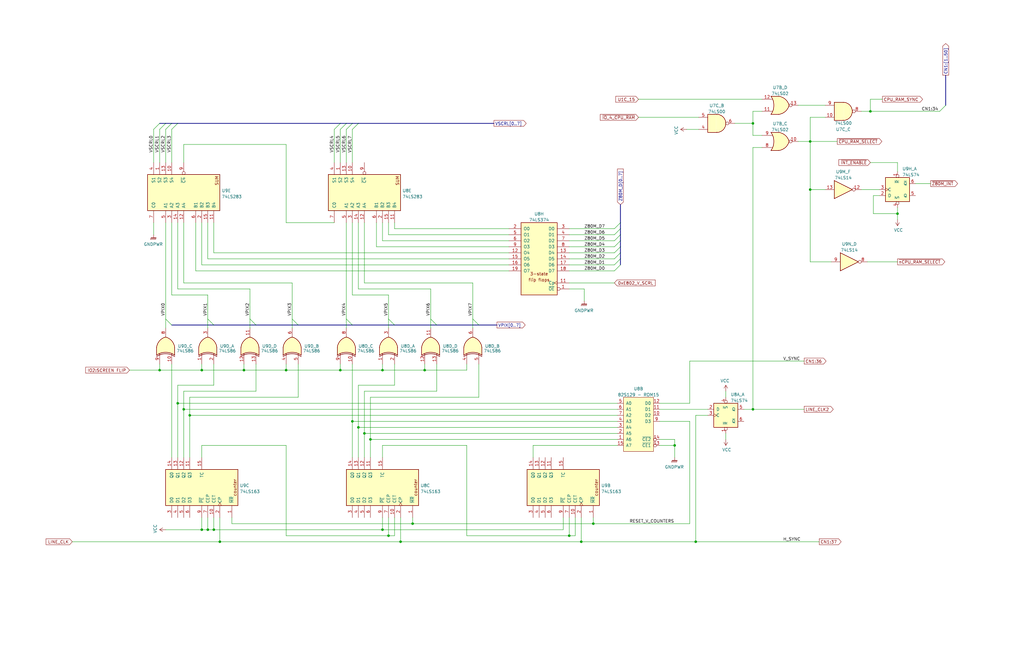
<source format=kicad_sch>
(kicad_sch (version 20211123) (generator eeschema)
  (paper "B")
  (title_block (title "Slapfight Arcade PCB") (company "Schematics created by Neil Ward & Anton Gale"))
  (lib_symbols
    (symbol "74xx:74LS86" (pin_names (offset 1.016))
      (property "Reference" "U" (at 0 1.27 0))
      (property "Value" "74LS86" (at 0 -1.27 0))
      (symbol "74LS86_1_0"
        (pin input line (at -7.62 2.54 0) (length 4.445) (name "~") (number "1"))
        (pin input line (at -7.62 -2.54 0) (length 4.445) (name "~") (number "2"))
        (pin output line (at 7.62 0 180) (length 3.81) (name "~") (number "3"))
      )
      (symbol "74LS86_2_0"
        (pin input line (at -7.62 2.54 0) (length 4.445) (name "~") (number "4"))
        (pin input line (at -7.62 -2.54 0) (length 4.445) (name "~") (number "5"))
        (pin output line (at 7.62 0 180) (length 3.81) (name "~") (number "6"))
      )
      (symbol "74LS86_3_0"
        (pin input line (at -7.62 -2.54 0) (length 4.445) (name "~") (number "10"))
        (pin output line (at 7.62 0 180) (length 3.81) (name "~") (number "8"))
        (pin input line (at -7.62 2.54 0) (length 4.445) (name "~") (number "9"))
      )
      (symbol "74LS86_4_0"
        (pin output line (at 7.62 0 180) (length 3.81) (name "~") (number "11"))
        (pin input line (at -7.62 2.54 0) (length 4.445) (name "~") (number "12"))
        (pin input line (at -7.62 -2.54 0) (length 4.445) (name "~") (number "13"))
      )
      (symbol "74LS86_5_0"
        (pin power_in line (at 0 12.7 270) (length 5.08) (name "VCC") (number "14"))
        (pin power_in line (at 0 -12.7 90) (length 5.08) (name "GND") (number "7"))
      )
    )
    (symbol "arcade:82S126-9" (pin_names (offset 1.016))
      (property "Reference" "U" (at 1.27 11.43 0))
      (property "Value" "82S126-9" (at 1.27 12.7 0))
      (symbol "82S126-9_1_1"
        (pin input line (at -7.62 -6.35 0) (length 2.54) (name "A6") (number "1"))
        (pin output line (at 10.16 3.81 180) (length 2.54) (name "D2") (number "10"))
        (pin output line (at 10.16 6.35 180) (length 2.54) (name "D1") (number "11"))
        (pin output line (at 10.16 8.89 180) (length 2.54) (name "D0") (number "12"))
        (pin input inverted (at 10.16 -8.89 180) (length 2.54) (name "~{CE1}") (number "13"))
        (pin input inverted (at 10.16 -6.35 180) (length 2.54) (name "~{CE2}") (number "14"))
        (pin input line (at -7.62 -8.89 0) (length 2.54) (name "A7") (number "15"))
        (pin power_in line (at 1.27 11.43 270) (length 2.54) hide (name "VCC") (number "16"))
        (pin input line (at -7.62 -3.81 0) (length 2.54) (name "A5") (number "2"))
        (pin input line (at -7.62 -1.27 0) (length 2.54) (name "A4") (number "3"))
        (pin input line (at -7.62 1.27 0) (length 2.54) (name "A3") (number "4"))
        (pin input line (at -7.62 8.89 0) (length 2.54) (name "A0") (number "5"))
        (pin input line (at -7.62 6.35 0) (length 2.54) (name "A1") (number "6"))
        (pin input line (at -7.62 3.81 0) (length 2.54) (name "A2") (number "7"))
        (pin power_in line (at 1.27 -11.43 90) (length 2.54) hide (name "VSS") (number "8"))
        (pin output line (at 10.16 1.27 180) (length 2.54) (name "D3") (number "9"))
      )
    )
    (symbol "jt74:74LS00" (pin_names (offset 1.016))
      (property "Reference" "U" (at 0 1.27 0))
      (property "Value" "74LS00" (at 0 -1.27 0))
      (symbol "74LS00_1_1"
        (pin input line (at -7.62 2.54 0) (length 3.81) (name "~") (number "1"))
        (pin input line (at -7.62 -2.54 0) (length 3.81) (name "~") (number "2"))
        (pin output inverted (at 7.62 0 180) (length 3.81) (name "~") (number "3"))
      )
      (symbol "74LS00_1_2"
        (pin input inverted (at -7.62 2.54 0) (length 4.318) (name "~") (number "1"))
        (pin input inverted (at -7.62 -2.54 0) (length 4.318) (name "~") (number "2"))
        (pin output line (at 7.62 0 180) (length 3.81) (name "~") (number "3"))
      )
      (symbol "74LS00_2_1"
        (pin input line (at -7.62 2.54 0) (length 3.81) (name "~") (number "4"))
        (pin input line (at -7.62 -2.54 0) (length 3.81) (name "~") (number "5"))
        (pin output inverted (at 7.62 0 180) (length 3.81) (name "~") (number "6"))
      )
      (symbol "74LS00_2_2"
        (pin input inverted (at -7.62 2.54 0) (length 4.318) (name "~") (number "4"))
        (pin input inverted (at -7.62 -2.54 0) (length 4.318) (name "~") (number "5"))
        (pin output line (at 7.62 0 180) (length 3.81) (name "~") (number "6"))
      )
      (symbol "74LS00_3_1"
        (pin input line (at -7.62 -2.54 0) (length 3.81) (name "~") (number "10"))
        (pin output inverted (at 7.62 0 180) (length 3.81) (name "~") (number "8"))
        (pin input line (at -7.62 2.54 0) (length 3.81) (name "~") (number "9"))
      )
      (symbol "74LS00_3_2"
        (pin input inverted (at -7.62 -2.54 0) (length 4.318) (name "~") (number "10"))
        (pin output line (at 7.62 0 180) (length 3.81) (name "~") (number "8"))
        (pin input inverted (at -7.62 2.54 0) (length 4.318) (name "~") (number "9"))
      )
      (symbol "74LS00_4_1"
        (pin output inverted (at 7.62 0 180) (length 3.81) (name "~") (number "11"))
        (pin input line (at -7.62 2.54 0) (length 3.81) (name "~") (number "12"))
        (pin input line (at -7.62 -2.54 0) (length 3.81) (name "~") (number "13"))
      )
      (symbol "74LS00_4_2"
        (pin output line (at 7.62 0 180) (length 3.81) (name "~") (number "11"))
        (pin input inverted (at -7.62 2.54 0) (length 4.318) (name "~") (number "12"))
        (pin input inverted (at -7.62 -2.54 0) (length 4.318) (name "~") (number "13"))
      )
      (symbol "74LS00_5_0"
        (pin power_in line (at 0 7.62 270) (length 5.08) hide (name "VCC") (number "14"))
        (pin power_in line (at 0 -7.62 90) (length 5.08) hide (name "VSS") (number "7"))
      )
    )
    (symbol "jt74:74LS02" (pin_names (offset 1.016))
      (property "Reference" "U" (at 0 1.27 0))
      (property "Value" "74LS02" (at 0 -1.27 0))
      (symbol "74LS02_1_1"
        (pin output inverted (at 7.62 0 180) (length 3.81) (name "~") (number "1"))
        (pin input line (at -7.62 2.54 0) (length 4.318) (name "~") (number "2"))
        (pin input line (at -7.62 -2.54 0) (length 4.318) (name "~") (number "3"))
      )
      (symbol "74LS02_1_2"
        (pin output line (at 7.62 0 180) (length 3.81) (name "~") (number "1"))
        (pin input inverted (at -7.62 2.54 0) (length 3.81) (name "~") (number "2"))
        (pin input inverted (at -7.62 -2.54 0) (length 3.81) (name "~") (number "3"))
      )
      (symbol "74LS02_2_1"
        (pin output inverted (at 7.62 0 180) (length 3.81) (name "~") (number "4"))
        (pin input line (at -7.62 2.54 0) (length 4.318) (name "~") (number "5"))
        (pin input line (at -7.62 -2.54 0) (length 4.318) (name "~") (number "6"))
      )
      (symbol "74LS02_2_2"
        (pin output line (at 7.62 0 180) (length 3.81) (name "~") (number "4"))
        (pin input inverted (at -7.62 2.54 0) (length 3.81) (name "~") (number "5"))
        (pin input inverted (at -7.62 -2.54 0) (length 3.81) (name "~") (number "6"))
      )
      (symbol "74LS02_3_1"
        (pin output inverted (at 7.62 0 180) (length 3.81) (name "~") (number "10"))
        (pin input line (at -7.62 2.54 0) (length 4.318) (name "~") (number "8"))
        (pin input line (at -7.62 -2.54 0) (length 4.318) (name "~") (number "9"))
      )
      (symbol "74LS02_3_2"
        (pin output line (at 7.62 0 180) (length 3.81) (name "~") (number "10"))
        (pin input inverted (at -7.62 2.54 0) (length 3.81) (name "~") (number "8"))
        (pin input inverted (at -7.62 -2.54 0) (length 3.81) (name "~") (number "9"))
      )
      (symbol "74LS02_4_1"
        (pin input line (at -7.62 2.54 0) (length 4.318) (name "~") (number "11"))
        (pin input line (at -7.62 -2.54 0) (length 4.318) (name "~") (number "12"))
        (pin output inverted (at 7.62 0 180) (length 3.81) (name "~") (number "13"))
      )
      (symbol "74LS02_4_2"
        (pin input inverted (at -7.62 2.54 0) (length 3.81) (name "~") (number "11"))
        (pin input inverted (at -7.62 -2.54 0) (length 3.81) (name "~") (number "12"))
        (pin output line (at 7.62 0 180) (length 3.81) (name "~") (number "13"))
      )
      (symbol "74LS02_5_0"
        (pin power_in line (at 0 7.62 270) (length 5.08) hide (name "VCC") (number "14"))
        (pin power_in line (at 0 -7.62 90) (length 5.08) hide (name "VSS") (number "7"))
      )
    )
    (symbol "jt74:74LS14" (pin_names (offset 1.016))
      (property "Reference" "U" (at 0 1.27 0))
      (property "Value" "74LS14" (at 0 -1.27 0))
      (symbol "74LS14_1_0"
        (pin input line (at -7.62 0 0) (length 3.81) (name "~") (number "1"))
        (pin output inverted (at 7.62 0 180) (length 3.81) (name "~") (number "2"))
      )
      (symbol "74LS14_2_0"
        (pin input line (at -7.62 0 0) (length 3.81) (name "~") (number "3"))
        (pin output inverted (at 7.62 0 180) (length 3.81) (name "~") (number "4"))
      )
      (symbol "74LS14_3_0"
        (pin input line (at -7.62 0 0) (length 3.81) (name "~") (number "5"))
        (pin output inverted (at 7.62 0 180) (length 3.81) (name "~") (number "6"))
      )
      (symbol "74LS14_4_0"
        (pin output inverted (at 7.62 0 180) (length 3.81) (name "~") (number "8"))
        (pin input line (at -7.62 0 0) (length 3.81) (name "~") (number "9"))
      )
      (symbol "74LS14_5_0"
        (pin output inverted (at 7.62 0 180) (length 3.81) (name "~") (number "10"))
        (pin input line (at -7.62 0 0) (length 3.81) (name "~") (number "11"))
      )
      (symbol "74LS14_6_0"
        (pin output inverted (at 7.62 0 180) (length 3.81) (name "~") (number "12"))
        (pin input line (at -7.62 0 0) (length 3.81) (name "~") (number "13"))
      )
      (symbol "74LS14_7_0"
        (pin power_in line (at 0 7.62 270) (length 5.08) hide (name "VCC") (number "14"))
        (pin power_in line (at 1.27 -7.62 90) (length 5.08) hide (name "VSS") (number "7"))
      )
    )
    (symbol "jt74:74LS163" (pin_names (offset 1.016))
      (property "Reference" "U" (at -7.62 16.51 0))
      (property "Value" "74LS163" (at -7.62 -16.51 0))
      (symbol "74LS163_0_0"
        (text "counter" (at 0 -13.97 0) (effects (font (size 1.27 1.27))))
      )
      (symbol "74LS163_1_0"
        (pin input line (at -12.7 -12.7 0) (length 5.08) (name "~{MR}") (number "1"))
        (pin input line (at -12.7 -5.08 0) (length 5.08) (name "CET") (number "10"))
        (pin output line (at 12.7 5.08 180) (length 5.08) (name "Q3") (number "11"))
        (pin output line (at 12.7 7.62 180) (length 5.08) (name "Q2") (number "12"))
        (pin output line (at 12.7 10.16 180) (length 5.08) (name "Q1") (number "13"))
        (pin output line (at 12.7 12.7 180) (length 5.08) (name "Q0") (number "14"))
        (pin output line (at 12.7 0 180) (length 5.08) (name "TC") (number "15"))
        (pin input clock (at -12.7 -7.62 0) (length 5.08) (name "CP") (number "2"))
        (pin input line (at -12.7 12.7 0) (length 5.08) (name "D0") (number "3"))
        (pin input line (at -12.7 10.16 0) (length 5.08) (name "D1") (number "4"))
        (pin input line (at -12.7 7.62 0) (length 5.08) (name "D2") (number "5"))
        (pin input line (at -12.7 5.08 0) (length 5.08) (name "D3") (number "6"))
        (pin input line (at -12.7 -2.54 0) (length 5.08) (name "CEP") (number "7"))
        (pin input line (at -12.7 0 0) (length 5.08) (name "~{PE}") (number "9"))
      )
    )
    (symbol "jt74:74LS283" (pin_names (offset 1.016))
      (property "Reference" "U" (at 0 -5.08 0))
      (property "Value" "74LS283" (at 1.27 -7.62 0))
      (symbol "74LS283_0_0"
        (text "SUM" (at 5.08 -13.97 0) (effects (font (size 1.27 1.27))))
      )
      (symbol "74LS283_1_0"
        (pin output line (at 12.7 10.16 180) (length 5.08) (name "S2") (number "1"))
        (pin output line (at 12.7 5.08 180) (length 5.08) (name "S4") (number "10"))
        (pin input line (at -12.7 -12.7 0) (length 5.08) (name "B4") (number "11"))
        (pin input line (at -12.7 0 0) (length 5.08) (name "A4") (number "12"))
        (pin output line (at 12.7 7.62 180) (length 5.08) (name "S3") (number "13"))
        (pin input line (at -12.7 2.54 0) (length 5.08) (name "A3") (number "14"))
        (pin input line (at -12.7 -10.16 0) (length 5.08) (name "B3") (number "15"))
        (pin input line (at -12.7 -7.62 0) (length 5.08) (name "B2") (number "2"))
        (pin input line (at -12.7 5.08 0) (length 5.08) (name "A2") (number "3"))
        (pin output line (at 12.7 12.7 180) (length 5.08) (name "S1") (number "4"))
        (pin input line (at -12.7 7.62 0) (length 5.08) (name "A1") (number "5"))
        (pin input line (at -12.7 -5.08 0) (length 5.08) (name "B1") (number "6"))
        (pin input line (at -12.7 12.7 0) (length 5.08) (name "C0") (number "7"))
        (pin output inverted (at 12.7 0 180) (length 5.08) (name "~{C4}") (number "9"))
      )
    )
    (symbol "jt74:74LS374" (pin_names (offset 1.016))
      (property "Reference" "U" (at 0 1.27 0))
      (property "Value" "74LS374" (at 2.54 -13.97 0))
      (symbol "74LS374_0_0"
        (text "3-state" (at 0 -6.35 0) (effects (font (size 1.27 1.27))))
        (text "flip flops" (at 0 -8.89 0) (effects (font (size 1.27 1.27))))
      )
      (symbol "74LS374_1_0"
        (pin input inverted (at -12.7 -12.7 0) (length 5.08) (name "~{OE}") (number "1"))
        (pin input clock (at -12.7 -10.16 0) (length 5.08) (name "Cp") (number "11"))
        (pin tri_state line (at 12.7 2.54 180) (length 5.08) (name "O4") (number "12"))
        (pin input line (at -12.7 2.54 0) (length 5.08) (name "D4") (number "13"))
        (pin input line (at -12.7 0 0) (length 5.08) (name "D5") (number "14"))
        (pin tri_state line (at 12.7 0 180) (length 5.08) (name "O5") (number "15"))
        (pin tri_state line (at 12.7 -2.54 180) (length 5.08) (name "O6") (number "16"))
        (pin input line (at -12.7 -2.54 0) (length 5.08) (name "D6") (number "17"))
        (pin input line (at -12.7 -5.08 0) (length 5.08) (name "D7") (number "18"))
        (pin tri_state line (at 12.7 -5.08 180) (length 5.08) (name "O7") (number "19"))
        (pin tri_state line (at 12.7 12.7 180) (length 5.08) (name "O0") (number "2"))
        (pin input line (at -12.7 12.7 0) (length 5.08) (name "D0") (number "3"))
        (pin input line (at -12.7 10.16 0) (length 5.08) (name "D1") (number "4"))
        (pin tri_state line (at 12.7 10.16 180) (length 5.08) (name "O1") (number "5"))
        (pin tri_state line (at 12.7 7.62 180) (length 5.08) (name "O2") (number "6"))
        (pin input line (at -12.7 7.62 0) (length 5.08) (name "D2") (number "7"))
        (pin input line (at -12.7 5.08 0) (length 5.08) (name "D3") (number "8"))
        (pin tri_state line (at 12.7 5.08 180) (length 5.08) (name "O3") (number "9"))
      )
    )
    (symbol "jt74:74LS74" (pin_names (offset 1.016))
      (property "Reference" "U" (at 3.81 5.08 0))
      (property "Value" "74LS74" (at 0 0 0))
      (symbol "74LS74_1_0"
        (pin input inverted (at 0 -7.62 90) (length 2.54) (name "~{R}") (number "1"))
        (pin input line (at -7.62 2.54 0) (length 2.54) (name "D") (number "2"))
        (pin input clock (at -7.62 0 0) (length 2.54) (name "C") (number "3"))
        (pin input inverted (at 0 7.62 270) (length 2.54) (name "~{S}") (number "4"))
        (pin output line (at 7.62 2.54 180) (length 2.54) (name "Q") (number "5"))
        (pin output line (at 7.62 -2.54 180) (length 2.54) (name "~{Q}") (number "6"))
      )
      (symbol "74LS74_2_0"
        (pin input clock (at -7.62 0 0) (length 2.54) (name "C") (number "11"))
        (pin input line (at -7.62 2.54 0) (length 2.54) (name "D") (number "12"))
        (pin input line (at 0 -7.62 90) (length 2.54) (name "~{R}") (number "13"))
        (pin output line (at 7.62 -2.54 180) (length 2.54) (name "~{Q}") (number "8"))
        (pin output line (at 7.62 2.54 180) (length 2.54) (name "Q") (number "9"))
      )
      (symbol "74LS74_2_1"
        (pin input line (at 0 7.62 270) (length 2.54) (name "~{S}") (number "10"))
      )
      (symbol "74LS74_3_0"
        (pin power_in line (at 0 7.62 270) (length 2.54) hide (name "VCC") (number "14"))
        (pin power_in line (at 0 -7.62 90) (length 2.54) hide (name "VSS") (number "7"))
      )
    )
    (symbol "power:GNDPWR" (power) (pin_names (offset 0))
      (property "Value" "GNDPWR" (at 0 -3.302 0))
      (symbol "GNDPWR_1_1"
        (pin power_in line (at 0 0 270) (length 0) hide (name "GNDPWR") (number "1"))
      )
    )
    (symbol "power:VCC" (power) (pin_names (offset 0))
      (property "Value" "VCC" (at 0 3.81 0))
      (symbol "VCC_1_1"
        (pin power_in line (at 0 0 90) (length 0) hide (name "VCC") (number "1"))
      )
    )
  )
  (junction (at 153.67 182.88))
  (junction (at 85.09 223.52))
  (junction (at 179.07 156.21))
  (junction (at 161.29 223.52))
  (junction (at 293.37 228.6))
  (junction (at 102.87 156.21))
  (junction (at 168.91 228.6))
  (junction (at 341.63 59.69))
  (junction (at 245.11 228.6))
  (junction (at 367.03 46.99))
  (junction (at 120.65 156.21))
  (junction (at 148.59 177.8))
  (junction (at 74.93 170.18))
  (junction (at 85.09 156.21))
  (junction (at 317.5 172.72))
  (junction (at 151.13 180.34))
  (junction (at 173.99 220.98))
  (junction (at 80.01 175.26))
  (junction (at 317.5 52.07))
  (junction (at 90.17 223.52))
  (junction (at 67.31 156.21))
  (junction (at 92.71 228.6))
  (junction (at 240.03 226.06))
  (junction (at 250.19 220.98))
  (junction (at 156.21 185.42))
  (junction (at 143.51 156.21))
  (junction (at 161.29 156.21))
  (junction (at 77.47 172.72))
  (junction (at 378.46 90.17))
  (junction (at 87.63 223.52))
  (junction (at 284.48 187.96))
  (junction (at 341.63 80.01))
  (junction (at 163.83 226.06))
  (bus_entry (at 199.39 134.62) (size 2.54 2.54))
  (bus_entry (at 146.05 134.62) (size 2.54 2.54))
  (bus_entry (at 72.39 54.61) (size 2.54 -2.54))
  (bus_entry (at 69.85 54.61) (size 2.54 -2.54))
  (bus_entry (at 259.08 99.06) (size 2.54 -2.54))
  (bus_entry (at 143.51 54.61) (size 2.54 -2.54))
  (bus_entry (at 259.08 104.14) (size 2.54 -2.54))
  (bus_entry (at 259.08 109.22) (size 2.54 -2.54))
  (bus_entry (at 259.08 106.68) (size 2.54 -2.54))
  (bus_entry (at 396.24 46.99) (size 2.54 -2.54))
  (bus_entry (at 140.97 54.61) (size 2.54 -2.54))
  (bus_entry (at 105.41 134.62) (size 2.54 2.54))
  (bus_entry (at 259.08 111.76) (size 2.54 -2.54))
  (bus_entry (at 181.61 134.62) (size 2.54 2.54))
  (bus_entry (at 259.08 96.52) (size 2.54 -2.54))
  (bus_entry (at 148.59 54.61) (size 2.54 -2.54))
  (bus_entry (at 87.63 134.62) (size 2.54 2.54))
  (bus_entry (at 64.77 54.61) (size 2.54 -2.54))
  (bus_entry (at 163.83 134.62) (size 2.54 2.54))
  (bus_entry (at 259.08 101.6) (size 2.54 -2.54))
  (bus_entry (at 69.85 134.62) (size 2.54 2.54))
  (bus_entry (at 259.08 114.3) (size 2.54 -2.54))
  (bus_entry (at 146.05 54.61) (size 2.54 -2.54))
  (bus_entry (at 67.31 54.61) (size 2.54 -2.54))
  (bus_entry (at 123.19 134.62) (size 2.54 2.54))
  (wire (pts (xy 153.67 165.1) (xy 184.15 165.1)))
  (wire (pts (xy 378.46 72.39) (xy 378.46 68.58)))
  (wire (pts (xy 146.05 134.62) (xy 146.05 138.43)))
  (bus (pts (xy 261.62 104.14) (xy 261.62 101.6)))
  (wire (pts (xy 341.63 80.01) (xy 341.63 110.49)))
  (wire (pts (xy 69.85 134.62) (xy 69.85 138.43)))
  (wire (pts (xy 67.31 153.67) (xy 67.31 156.21)))
  (wire (pts (xy 306.07 185.42) (xy 306.07 182.88)))
  (wire (pts (xy 372.11 41.91) (xy 367.03 41.91)))
  (wire (pts (xy 240.03 109.22) (xy 259.08 109.22)))
  (wire (pts (xy 161.29 223.52) (xy 237.49 223.52)))
  (wire (pts (xy 309.88 52.07) (xy 317.5 52.07)))
  (wire (pts (xy 148.59 177.8) (xy 148.59 193.04)))
  (bus (pts (xy 201.93 137.16) (xy 209.55 137.16)))
  (wire (pts (xy 161.29 101.6) (xy 214.63 101.6)))
  (wire (pts (xy 77.47 60.96) (xy 120.65 60.96)))
  (wire (pts (xy 163.83 93.98) (xy 163.83 99.06)))
  (wire (pts (xy 77.47 165.1) (xy 77.47 172.72)))
  (wire (pts (xy 317.5 57.15) (xy 321.31 57.15)))
  (wire (pts (xy 240.03 99.06) (xy 259.08 99.06)))
  (wire (pts (xy 92.71 218.44) (xy 92.71 228.6)))
  (wire (pts (xy 245.11 228.6) (xy 168.91 228.6)))
  (wire (pts (xy 161.29 156.21) (xy 179.07 156.21)))
  (wire (pts (xy 173.99 220.98) (xy 173.99 218.44)))
  (wire (pts (xy 278.13 172.72) (xy 298.45 172.72)))
  (wire (pts (xy 313.69 172.72) (xy 317.5 172.72)))
  (bus (pts (xy 261.62 99.06) (xy 261.62 96.52)))
  (wire (pts (xy 90.17 223.52) (xy 161.29 223.52)))
  (wire (pts (xy 240.03 96.52) (xy 259.08 96.52)))
  (wire (pts (xy 298.45 175.26) (xy 293.37 175.26)))
  (wire (pts (xy 306.07 165.1) (xy 306.07 167.64)))
  (wire (pts (xy 151.13 93.98) (xy 151.13 121.92)))
  (wire (pts (xy 161.29 153.67) (xy 161.29 156.21)))
  (wire (pts (xy 74.93 121.92) (xy 105.41 121.92)))
  (bus (pts (xy 125.73 137.16) (xy 148.59 137.16)))
  (wire (pts (xy 240.03 106.68) (xy 259.08 106.68)))
  (wire (pts (xy 196.85 156.21) (xy 196.85 153.67)))
  (wire (pts (xy 317.5 62.23) (xy 317.5 172.72)))
  (wire (pts (xy 77.47 165.1) (xy 107.95 165.1)))
  (wire (pts (xy 69.85 93.98) (xy 69.85 134.62)))
  (wire (pts (xy 368.3 82.55) (xy 370.84 82.55)))
  (wire (pts (xy 146.05 54.61) (xy 146.05 68.58)))
  (wire (pts (xy 74.93 170.18) (xy 74.93 162.56)))
  (wire (pts (xy 85.09 111.76) (xy 214.63 111.76)))
  (wire (pts (xy 151.13 162.56) (xy 166.37 162.56)))
  (wire (pts (xy 363.22 80.01) (xy 370.84 80.01)))
  (wire (pts (xy 161.29 187.96) (xy 196.85 187.96)))
  (wire (pts (xy 163.83 218.44) (xy 163.83 226.06)))
  (wire (pts (xy 72.39 54.61) (xy 72.39 68.58)))
  (wire (pts (xy 378.46 90.17) (xy 378.46 87.63)))
  (bus (pts (xy 146.05 52.07) (xy 148.59 52.07)))
  (wire (pts (xy 80.01 175.26) (xy 260.35 175.26)))
  (wire (pts (xy 278.13 177.8) (xy 290.83 177.8)))
  (wire (pts (xy 196.85 226.06) (xy 240.03 226.06)))
  (wire (pts (xy 85.09 187.96) (xy 120.65 187.96)))
  (wire (pts (xy 201.93 153.67) (xy 201.93 167.64)))
  (wire (pts (xy 74.93 170.18) (xy 260.35 170.18)))
  (wire (pts (xy 240.03 111.76) (xy 259.08 111.76)))
  (wire (pts (xy 156.21 185.42) (xy 260.35 185.42)))
  (wire (pts (xy 72.39 153.67) (xy 72.39 193.04)))
  (bus (pts (xy 72.39 52.07) (xy 74.93 52.07)))
  (wire (pts (xy 120.65 156.21) (xy 143.51 156.21)))
  (wire (pts (xy 125.73 153.67) (xy 125.73 167.64)))
  (wire (pts (xy 284.48 185.42) (xy 284.48 187.96)))
  (wire (pts (xy 156.21 167.64) (xy 201.93 167.64)))
  (wire (pts (xy 64.77 93.98) (xy 64.77 99.06)))
  (wire (pts (xy 237.49 223.52) (xy 237.49 218.44)))
  (wire (pts (xy 80.01 167.64) (xy 125.73 167.64)))
  (wire (pts (xy 102.87 156.21) (xy 120.65 156.21)))
  (wire (pts (xy 341.63 80.01) (xy 347.98 80.01)))
  (wire (pts (xy 166.37 226.06) (xy 166.37 218.44)))
  (bus (pts (xy 166.37 137.16) (xy 184.15 137.16)))
  (wire (pts (xy 153.67 93.98) (xy 153.67 119.38)))
  (wire (pts (xy 64.77 54.61) (xy 64.77 68.58)))
  (bus (pts (xy 398.78 31.75) (xy 398.78 44.45)))
  (wire (pts (xy 148.59 153.67) (xy 148.59 177.8)))
  (wire (pts (xy 87.63 223.52) (xy 90.17 223.52)))
  (wire (pts (xy 290.83 152.4) (xy 290.83 170.18)))
  (bus (pts (xy 67.31 52.07) (xy 69.85 52.07)))
  (wire (pts (xy 345.44 228.6) (xy 293.37 228.6)))
  (wire (pts (xy 123.19 134.62) (xy 123.19 138.43)))
  (wire (pts (xy 143.51 153.67) (xy 143.51 156.21)))
  (bus (pts (xy 261.62 109.22) (xy 261.62 106.68)))
  (wire (pts (xy 363.22 46.99) (xy 367.03 46.99)))
  (bus (pts (xy 90.17 137.16) (xy 107.95 137.16)))
  (wire (pts (xy 156.21 185.42) (xy 156.21 167.64)))
  (wire (pts (xy 87.63 109.22) (xy 214.63 109.22)))
  (wire (pts (xy 77.47 172.72) (xy 77.47 193.04)))
  (wire (pts (xy 290.83 177.8) (xy 290.83 220.98)))
  (bus (pts (xy 261.62 106.68) (xy 261.62 104.14)))
  (wire (pts (xy 293.37 175.26) (xy 293.37 228.6)))
  (wire (pts (xy 278.13 185.42) (xy 284.48 185.42)))
  (wire (pts (xy 317.5 52.07) (xy 317.5 57.15)))
  (wire (pts (xy 321.31 46.99) (xy 317.5 46.99)))
  (wire (pts (xy 378.46 90.17) (xy 368.3 90.17)))
  (wire (pts (xy 151.13 193.04) (xy 151.13 180.34)))
  (wire (pts (xy 77.47 119.38) (xy 123.19 119.38)))
  (wire (pts (xy 77.47 68.58) (xy 77.47 60.96)))
  (wire (pts (xy 317.5 46.99) (xy 317.5 52.07)))
  (wire (pts (xy 72.39 124.46) (xy 87.63 124.46)))
  (wire (pts (xy 163.83 226.06) (xy 166.37 226.06)))
  (wire (pts (xy 69.85 54.61) (xy 69.85 68.58)))
  (wire (pts (xy 90.17 106.68) (xy 90.17 93.98)))
  (wire (pts (xy 77.47 172.72) (xy 260.35 172.72)))
  (wire (pts (xy 151.13 121.92) (xy 181.61 121.92)))
  (wire (pts (xy 97.79 220.98) (xy 97.79 218.44)))
  (wire (pts (xy 181.61 121.92) (xy 181.61 134.62)))
  (wire (pts (xy 163.83 134.62) (xy 163.83 138.43)))
  (wire (pts (xy 85.09 223.52) (xy 87.63 223.52)))
  (wire (pts (xy 85.09 193.04) (xy 85.09 187.96)))
  (wire (pts (xy 87.63 124.46) (xy 87.63 134.62)))
  (wire (pts (xy 367.03 41.91) (xy 367.03 46.99)))
  (wire (pts (xy 74.93 93.98) (xy 74.93 121.92)))
  (wire (pts (xy 148.59 93.98) (xy 148.59 124.46)))
  (wire (pts (xy 74.93 193.04) (xy 74.93 170.18)))
  (wire (pts (xy 82.55 114.3) (xy 214.63 114.3)))
  (wire (pts (xy 102.87 153.67) (xy 102.87 156.21)))
  (wire (pts (xy 250.19 220.98) (xy 173.99 220.98)))
  (wire (pts (xy 90.17 218.44) (xy 90.17 223.52)))
  (bus (pts (xy 107.95 137.16) (xy 125.73 137.16)))
  (wire (pts (xy 240.03 121.92) (xy 246.38 121.92)))
  (wire (pts (xy 336.55 59.69) (xy 341.63 59.69)))
  (wire (pts (xy 123.19 119.38) (xy 123.19 134.62)))
  (wire (pts (xy 105.41 134.62) (xy 105.41 138.43)))
  (wire (pts (xy 269.24 49.53) (xy 294.64 49.53)))
  (wire (pts (xy 74.93 162.56) (xy 90.17 162.56)))
  (wire (pts (xy 173.99 220.98) (xy 97.79 220.98)))
  (wire (pts (xy 378.46 68.58) (xy 367.03 68.58)))
  (wire (pts (xy 240.03 104.14) (xy 259.08 104.14)))
  (wire (pts (xy 120.65 187.96) (xy 120.65 226.06)))
  (wire (pts (xy 153.67 165.1) (xy 153.67 182.88)))
  (wire (pts (xy 199.39 134.62) (xy 199.39 138.43)))
  (wire (pts (xy 161.29 93.98) (xy 161.29 101.6)))
  (wire (pts (xy 87.63 134.62) (xy 87.63 138.43)))
  (wire (pts (xy 179.07 153.67) (xy 179.07 156.21)))
  (wire (pts (xy 341.63 49.53) (xy 347.98 49.53)))
  (wire (pts (xy 245.11 218.44) (xy 245.11 228.6)))
  (wire (pts (xy 163.83 124.46) (xy 163.83 134.62)))
  (wire (pts (xy 246.38 121.92) (xy 246.38 127)))
  (bus (pts (xy 261.62 101.6) (xy 261.62 99.06)))
  (wire (pts (xy 69.85 223.52) (xy 85.09 223.52)))
  (wire (pts (xy 158.75 93.98) (xy 158.75 104.14)))
  (bus (pts (xy 69.85 52.07) (xy 72.39 52.07)))
  (wire (pts (xy 80.01 175.26) (xy 80.01 167.64)))
  (wire (pts (xy 184.15 153.67) (xy 184.15 165.1)))
  (wire (pts (xy 240.03 119.38) (xy 259.08 119.38)))
  (wire (pts (xy 80.01 193.04) (xy 80.01 175.26)))
  (wire (pts (xy 168.91 228.6) (xy 168.91 218.44)))
  (wire (pts (xy 166.37 93.98) (xy 166.37 96.52)))
  (wire (pts (xy 87.63 109.22) (xy 87.63 93.98)))
  (wire (pts (xy 148.59 177.8) (xy 260.35 177.8)))
  (wire (pts (xy 341.63 59.69) (xy 353.06 59.69)))
  (wire (pts (xy 317.5 172.72) (xy 339.09 172.72)))
  (wire (pts (xy 181.61 134.62) (xy 181.61 138.43)))
  (wire (pts (xy 161.29 223.52) (xy 161.29 218.44)))
  (wire (pts (xy 278.13 170.18) (xy 290.83 170.18)))
  (bus (pts (xy 143.51 52.07) (xy 146.05 52.07)))
  (wire (pts (xy 85.09 153.67) (xy 85.09 156.21)))
  (wire (pts (xy 143.51 54.61) (xy 143.51 68.58)))
  (wire (pts (xy 368.3 90.17) (xy 368.3 82.55)))
  (wire (pts (xy 224.79 193.04) (xy 224.79 187.96)))
  (wire (pts (xy 120.65 93.98) (xy 140.97 93.98)))
  (wire (pts (xy 166.37 153.67) (xy 166.37 162.56)))
  (wire (pts (xy 120.65 153.67) (xy 120.65 156.21)))
  (bus (pts (xy 74.93 52.07) (xy 143.51 52.07)))
  (wire (pts (xy 317.5 62.23) (xy 321.31 62.23)))
  (wire (pts (xy 224.79 187.96) (xy 260.35 187.96)))
  (wire (pts (xy 341.63 59.69) (xy 341.63 49.53)))
  (wire (pts (xy 158.75 104.14) (xy 214.63 104.14)))
  (wire (pts (xy 196.85 187.96) (xy 196.85 226.06)))
  (wire (pts (xy 179.07 156.21) (xy 196.85 156.21)))
  (wire (pts (xy 240.03 101.6) (xy 259.08 101.6)))
  (wire (pts (xy 67.31 54.61) (xy 67.31 68.58)))
  (wire (pts (xy 161.29 193.04) (xy 161.29 187.96)))
  (wire (pts (xy 30.48 228.6) (xy 92.71 228.6)))
  (wire (pts (xy 290.83 152.4) (xy 339.09 152.4)))
  (bus (pts (xy 261.62 93.98) (xy 261.62 86.36)))
  (wire (pts (xy 87.63 218.44) (xy 87.63 223.52)))
  (wire (pts (xy 146.05 93.98) (xy 146.05 134.62)))
  (wire (pts (xy 90.17 153.67) (xy 90.17 162.56)))
  (wire (pts (xy 365.76 110.49) (xy 378.46 110.49)))
  (wire (pts (xy 151.13 180.34) (xy 151.13 162.56)))
  (wire (pts (xy 240.03 114.3) (xy 259.08 114.3)))
  (wire (pts (xy 240.03 226.06) (xy 242.57 226.06)))
  (bus (pts (xy 151.13 52.07) (xy 208.28 52.07)))
  (bus (pts (xy 184.15 137.16) (xy 201.93 137.16)))
  (wire (pts (xy 341.63 80.01) (xy 341.63 59.69)))
  (wire (pts (xy 85.09 156.21) (xy 102.87 156.21)))
  (wire (pts (xy 199.39 119.38) (xy 199.39 134.62)))
  (bus (pts (xy 72.39 137.16) (xy 90.17 137.16)))
  (wire (pts (xy 341.63 110.49) (xy 350.52 110.49)))
  (bus (pts (xy 148.59 137.16) (xy 166.37 137.16)))
  (wire (pts (xy 269.24 41.91) (xy 321.31 41.91)))
  (wire (pts (xy 168.91 228.6) (xy 92.71 228.6)))
  (wire (pts (xy 77.47 93.98) (xy 77.47 119.38)))
  (wire (pts (xy 107.95 153.67) (xy 107.95 165.1)))
  (wire (pts (xy 140.97 54.61) (xy 140.97 68.58)))
  (wire (pts (xy 278.13 187.96) (xy 284.48 187.96)))
  (wire (pts (xy 290.83 220.98) (xy 250.19 220.98)))
  (wire (pts (xy 120.65 226.06) (xy 163.83 226.06)))
  (wire (pts (xy 72.39 93.98) (xy 72.39 124.46)))
  (wire (pts (xy 156.21 193.04) (xy 156.21 185.42)))
  (wire (pts (xy 367.03 46.99) (xy 396.24 46.99)))
  (wire (pts (xy 336.55 44.45) (xy 347.98 44.45)))
  (wire (pts (xy 120.65 60.96) (xy 120.65 93.98)))
  (bus (pts (xy 261.62 111.76) (xy 261.62 109.22)))
  (wire (pts (xy 82.55 114.3) (xy 82.55 93.98)))
  (wire (pts (xy 250.19 220.98) (xy 250.19 218.44)))
  (wire (pts (xy 289.56 54.61) (xy 294.64 54.61)))
  (wire (pts (xy 293.37 228.6) (xy 245.11 228.6)))
  (wire (pts (xy 151.13 180.34) (xy 260.35 180.34)))
  (wire (pts (xy 105.41 121.92) (xy 105.41 134.62)))
  (wire (pts (xy 284.48 187.96) (xy 284.48 193.04)))
  (wire (pts (xy 240.03 218.44) (xy 240.03 226.06)))
  (wire (pts (xy 153.67 182.88) (xy 153.67 193.04)))
  (wire (pts (xy 153.67 182.88) (xy 260.35 182.88)))
  (bus (pts (xy 261.62 96.52) (xy 261.62 93.98)))
  (wire (pts (xy 148.59 54.61) (xy 148.59 68.58)))
  (wire (pts (xy 166.37 96.52) (xy 214.63 96.52)))
  (wire (pts (xy 386.08 77.47) (xy 392.43 77.47)))
  (wire (pts (xy 90.17 106.68) (xy 214.63 106.68)))
  (wire (pts (xy 378.46 92.71) (xy 378.46 90.17)))
  (wire (pts (xy 54.61 156.21) (xy 67.31 156.21)))
  (bus (pts (xy 148.59 52.07) (xy 151.13 52.07)))
  (wire (pts (xy 153.67 119.38) (xy 199.39 119.38)))
  (wire (pts (xy 85.09 111.76) (xy 85.09 93.98)))
  (wire (pts (xy 163.83 99.06) (xy 214.63 99.06)))
  (wire (pts (xy 143.51 156.21) (xy 161.29 156.21)))
  (wire (pts (xy 148.59 124.46) (xy 163.83 124.46)))
  (wire (pts (xy 242.57 226.06) (xy 242.57 218.44)))
  (wire (pts (xy 67.31 156.21) (xy 85.09 156.21)))
  (wire (pts (xy 85.09 218.44) (xy 85.09 223.52)))
  (label "VSCRL2" (at 69.85 57.15 270))
  (label "Z80M_D1" (at 246.38 111.76 0))
  (label "RESET_V_COUNTERS" (at 265.43 220.98 0))
  (label "Z80M_D0" (at 246.38 114.3 0))
  (label "VPIX5" (at 163.83 133.35 90))
  (label "VSCRL3" (at 72.39 57.15 270))
  (label "VSCRL4" (at 140.97 57.15 270))
  (label "VSCRL0" (at 64.77 57.15 270))
  (label "VSCRL6" (at 146.05 57.15 270))
  (label "VSCRL7" (at 148.59 57.2327 270))
  (label "VPIX4" (at 146.05 133.35 90))
  (label "VSCRL5" (at 143.51 57.15 270))
  (label "Z80M_D5" (at 246.38 101.6 0))
  (label "VSCRL1" (at 67.31 57.15 270))
  (label "Z80M_D4" (at 246.38 104.14 0))
  (label "VPIX7" (at 199.39 133.35 90))
  (label "V_SYNC" (at 330.2 152.4 0))
  (label "VPIX3" (at 123.19 133.35 90))
  (label "Z80M_D7" (at 246.38 96.52 0))
  (label "VPIX6" (at 181.61 133.35 90))
  (label "VPIX0" (at 69.85 133.35 90))
  (label "Z80M_D2" (at 246.38 109.22 0))
  (label "H_SYNC" (at 330.2 228.6 0))
  (label "VPIX1" (at 87.63 133.35 90))
  (label "Z80M_D6" (at 246.38 99.06 0))
  (label "VPIX2" (at 105.41 133.35 90))
  (label "Z80M_D3" (at 246.38 106.68 0))
  (label "CN1:34" (at 388.62 46.99 0))
  (global_label "~{Z80M_INT}" (shape output) (at 392.43 77.47 0) (property "Intersheet References" "${INTERSHEET_REFS}" (effects hide)))
  (global_label "~{CPU_RAM_SELECT}" (shape output) (at 353.06 59.69 0) (property "Intersheet References" "${INTERSHEET_REFS}" (effects hide)))
  (global_label "LINE_CLK" (shape input) (at 30.48 228.6 180) (property "Intersheet References" "${INTERSHEET_REFS}" (effects hide)))
  (global_label "CPU_RAM_SYNC" (shape output) (at 372.11 41.91 0) (property "Intersheet References" "${INTERSHEET_REFS}" (effects hide)))
  (global_label "CN1:37" (shape output) (at 345.44 228.6 0) (property "Intersheet References" "${INTERSHEET_REFS}" (effects hide)))
  (global_label "CN1:36" (shape output) (at 339.09 152.4 0) (property "Intersheet References" "${INTERSHEET_REFS}" (effects hide)))
  (global_label "VPIX[0..7]" (shape output) (at 209.55 137.16 0) (property "Intersheet References" "${INTERSHEET_REFS}" (effects hide)))
  (global_label "VSCRL[0..7]" (shape output) (at 208.28 52.07 0) (property "Intersheet References" "${INTERSHEET_REFS}" (effects hide)))
  (global_label "U1C_15" (shape input) (at 269.24 41.91 180) (property "Intersheet References" "${INTERSHEET_REFS}" (effects hide)))
  (global_label "~{INT_ENABLE}" (shape input) (at 367.03 68.58 180) (property "Intersheet References" "${INTERSHEET_REFS}" (effects hide)))
  (global_label "CN1:[1..50]" (shape output) (at 398.78 31.75 90) (property "Intersheet References" "${INTERSHEET_REFS}" (effects hide)))
  (global_label "LINE_CLK2" (shape output) (at 339.09 172.72 0) (property "Intersheet References" "${INTERSHEET_REFS}" (effects hide)))
  (global_label "~{IO_4_CPU_RAM}" (shape input) (at 269.24 49.53 180) (property "Intersheet References" "${INTERSHEET_REFS}" (effects hide)))
  (global_label "~{nCPU_RAM_SELECT}" (shape output) (at 378.46 110.49 0) (property "Intersheet References" "${INTERSHEET_REFS}" (effects hide)))
  (global_label "Z80M_D[0..7]" (shape input) (at 261.62 86.36 90) (property "Intersheet References" "${INTERSHEET_REFS}" (effects hide)))
  (global_label "0xE802_V_SCRL" (shape input) (at 259.08 119.38 0) (property "Intersheet References" "${INTERSHEET_REFS}" (effects hide)))
  (global_label "IO2:SCREEN FLIP" (shape input) (at 54.61 156.21 180) (property "Intersheet References" "${INTERSHEET_REFS}" (effects hide)))
  (symbol (lib_id "power:VCC") (at 69.85 223.52 90) (unit 1)
    (property "Reference" "#PWR0108" (effects hide))
    (property "Value" "VCC" (at 65.4558 223.139 0))
  )
  (symbol (lib_id "power:VCC") (at 306.07 165.1 0) (mirror y) (unit 1)
    (property "Reference" "#PWR?" (effects hide))
    (property "Value" "VCC" (at 305.689 160.7058 0))
  )
  (symbol (lib_id "jt74:74LS74") (at 306.07 175.26 0) (unit 1)
    (property "Reference" "U8A_" (at 308.0894 166.4802 0) (effects (justify left)))
    (property "Value" "74LS74" (at 308.0894 169.0171 0) (effects (justify left)))
    (property "Datasheet" "74xx/74hc_hct74.pdf" (effects hide))
  )
  (symbol (lib_id "74xx:74LS86") (at 87.63 146.05 90) (unit 1)
    (property "Reference" "U9D_" (at 92.71 146.05 90) (effects (justify right)))
    (property "Value" "74LS86" (at 92.202 148.057 90) (effects (justify right)))
    (property "Datasheet" "74xx/74ls86.pdf" (effects hide))
  )
  (symbol (lib_id "power:GNDPWR") (at 64.77 99.06 0) (unit 1)
    (property "Reference" "#PWR0109" (effects hide))
    (property "Value" "GNDPWR" (at 64.643 103.097 0))
  )
  (symbol (lib_id "jt74:74LS14") (at 358.14 110.49 0) (unit 4)
    (property "Reference" "U9N_" (at 358.14 102.9802 0))
    (property "Value" "74LS14" (at 358.14 105.5171 0))
    (property "Datasheet" "http://www.ti.com/lit/gpn/sn74LS14" (effects hide))
  )
  (symbol (lib_id "74xx:74LS86") (at 69.85 146.05 90) (unit 3)
    (property "Reference" "U9D_" (at 74.93 146.05 90) (effects (justify right)))
    (property "Value" "74LS86" (at 74.422 148.057 90) (effects (justify right)))
    (property "Datasheet" "74xx/74ls86.pdf" (effects hide))
  )
  (symbol (lib_id "power:GNDPWR") (at 246.38 127 0) (unit 1)
    (property "Reference" "#PWR0114" (effects hide))
    (property "Value" "GNDPWR" (at 246.253 131.037 0))
  )
  (symbol (lib_id "jt74:74LS02") (at 328.93 44.45 0) (mirror x) (unit 4)
    (property "Reference" "U7B_" (at 328.93 36.9402 0))
    (property "Value" "74LS02" (at 328.93 39.4771 0))
    (property "Datasheet" "http://www.ti.com/lit/gpn/sn74ls02" (effects hide))
  )
  (symbol (lib_id "jt74:74LS163") (at 237.49 205.74 90) (unit 1)
    (property "Reference" "U9B" (at 253.492 204.9053 90) (effects (justify right)))
    (property "Value" "74LS163" (at 253.492 207.4422 90) (effects (justify right)))
    (property "Datasheet" "http://www.ti.com/lit/gpn/sn74LS163" (effects hide))
  )
  (symbol (lib_id "jt74:74LS163") (at 85.09 205.74 90) (unit 1)
    (property "Reference" "U9C" (at 101.092 204.9053 90) (effects (justify right)))
    (property "Value" "74LS163" (at 101.092 207.4422 90) (effects (justify right)))
    (property "Datasheet" "http://www.ti.com/lit/gpn/sn74LS163" (effects hide))
  )
  (symbol (lib_id "74xx:74LS86") (at 181.61 146.05 90) (unit 4)
    (property "Reference" "U8D_" (at 186.69 146.05 90) (effects (justify right)))
    (property "Value" "74LS86" (at 186.182 148.057 90) (effects (justify right)))
    (property "Datasheet" "74xx/74ls86.pdf" (effects hide))
  )
  (symbol (lib_id "jt74:74LS283") (at 77.47 81.28 90) (unit 1)
    (property "Reference" "U9E" (at 93.472 80.4453 90) (effects (justify right)))
    (property "Value" "74LS283" (at 93.472 82.9822 90) (effects (justify right)))
    (property "Datasheet" "http://www.ti.com/lit/gpn/sn74LS283" (effects hide))
  )
  (symbol (lib_id "jt74:74LS74") (at 378.46 80.01 0) (mirror x) (unit 1)
    (property "Reference" "U9H_" (at 380.4794 71.2302 0) (effects (justify left)))
    (property "Value" "74LS74" (at 380.4794 73.7671 0) (effects (justify left)))
    (property "Datasheet" "74xx/74hc_hct74.pdf" (effects hide))
  )
  (symbol (lib_id "jt74:74LS00") (at 302.26 52.07 0) (mirror x) (unit 2)
    (property "Reference" "U7C_" (at 302.26 44.5602 0))
    (property "Value" "74LS00" (at 302.26 47.0971 0))
    (property "Datasheet" "http://www.ti.com/lit/gpn/sn74ls00" (effects hide))
  )
  (symbol (lib_id "74xx:74LS86") (at 123.19 146.05 90) (unit 2)
    (property "Reference" "U9D_" (at 128.27 146.05 90) (effects (justify right)))
    (property "Value" "74LS86" (at 127.762 148.057 90) (effects (justify right)))
    (property "Datasheet" "74xx/74ls86.pdf" (effects hide))
  )
  (symbol (lib_id "74xx:74LS86") (at 105.41 146.05 90) (unit 4)
    (property "Reference" "U9D_" (at 110.49 146.05 90) (effects (justify right)))
    (property "Value" "74LS86" (at 109.982 148.057 90) (effects (justify right)))
    (property "Datasheet" "74xx/74ls86.pdf" (effects hide))
  )
  (symbol (lib_id "74xx:74LS86") (at 199.39 146.05 90) (unit 2)
    (property "Reference" "U8D_" (at 204.47 146.05 90) (effects (justify right)))
    (property "Value" "74LS86" (at 203.962 148.057 90) (effects (justify right)))
    (property "Datasheet" "74xx/74ls86.pdf" (effects hide))
  )
  (symbol (lib_id "jt74:74LS00") (at 355.6 46.99 0) (unit 3)
    (property "Reference" "U7C_" (at 355.6 54.61 0))
    (property "Value" "74LS00" (at 355.6 51.9629 0))
    (property "Datasheet" "http://www.ti.com/lit/gpn/sn74ls00" (effects hide))
  )
  (symbol (lib_id "power:VCC") (at 378.46 92.71 0) (mirror x) (unit 1)
    (property "Reference" "#PWR0118" (effects hide))
    (property "Value" "VCC" (at 378.841 97.1042 0))
  )
  (symbol (lib_id "jt74:74LS283") (at 153.67 81.28 90) (unit 1)
    (property "Reference" "U8E" (at 169.672 80.4453 90) (effects (justify right)))
    (property "Value" "74LS283" (at 169.672 82.9822 90) (effects (justify right)))
    (property "Datasheet" "http://www.ti.com/lit/gpn/sn74LS283" (effects hide))
  )
  (symbol (lib_id "74xx:74LS86") (at 146.05 146.05 90) (unit 3)
    (property "Reference" "U8D_" (at 151.13 146.05 90) (effects (justify right)))
    (property "Value" "74LS86" (at 150.622 148.057 90) (effects (justify right)))
    (property "Datasheet" "74xx/74ls86.pdf" (effects hide))
  )
  (symbol (lib_id "jt74:74LS14") (at 355.6 80.01 0) (unit 6)
    (property "Reference" "U9M_" (at 355.6 72.5002 0))
    (property "Value" "74LS14" (at 355.6 75.0371 0))
    (property "Datasheet" "http://www.ti.com/lit/gpn/sn74LS14" (effects hide))
  )
  (symbol (lib_id "power:VCC") (at 306.07 185.42 0) (mirror x) (unit 1)
    (property "Reference" "#PWR?" (effects hide))
    (property "Value" "VCC" (at 306.451 189.8142 0))
  )
  (symbol (lib_id "jt74:74LS02") (at 328.93 59.69 0) (mirror x) (unit 3)
    (property "Reference" "U7B_" (at 328.93 52.1802 0))
    (property "Value" "74LS02" (at 328.93 54.7171 0))
    (property "Datasheet" "http://www.ti.com/lit/gpn/sn74ls02" (effects hide))
  )
  (symbol (lib_id "74xx:74LS86") (at 163.83 146.05 90) (unit 1)
    (property "Reference" "U8D_" (at 168.91 146.05 90) (effects (justify right)))
    (property "Value" "74LS86" (at 168.402 148.057 90) (effects (justify right)))
    (property "Datasheet" "74xx/74ls86.pdf" (effects hide))
  )
  (symbol (lib_id "jt74:74LS374") (at 227.33 109.22 0) (mirror y) (unit 1)
    (property "Reference" "U8H" (at 227.33 90.2802 0))
    (property "Value" "74LS374" (at 227.33 92.8171 0))
    (property "Datasheet" "http://www.ti.com/lit/gpn/sn74LS374" (effects hide))
  )
  (symbol (lib_id "jt74:74LS163") (at 161.29 205.74 90) (unit 1)
    (property "Reference" "U8C" (at 177.292 204.9053 90) (effects (justify right)))
    (property "Value" "74LS163" (at 177.292 207.4422 90) (effects (justify right)))
    (property "Datasheet" "http://www.ti.com/lit/gpn/sn74LS163" (effects hide))
  )
  (symbol (lib_id "arcade:82S126-9") (at 267.97 179.07 0) (unit 1)
    (property "Reference" "U8B" (at 269.24 164.0672 0))
    (property "Value" "82S129 - ROM15" (at 269.24 166.6041 0))
  )
  (symbol (lib_id "power:GNDPWR") (at 284.48 193.04 0) (unit 1)
    (property "Reference" "#PWR?" (effects hide))
    (property "Value" "GNDPWR" (at 284.353 197.077 0))
  )
  (symbol (lib_id "power:VCC") (at 289.56 54.61 90) (mirror x) (unit 1)
    (property "Reference" "#PWR0115" (effects hide))
    (property "Value" "VCC" (at 285.1658 54.991 0))
  )
)
</source>
